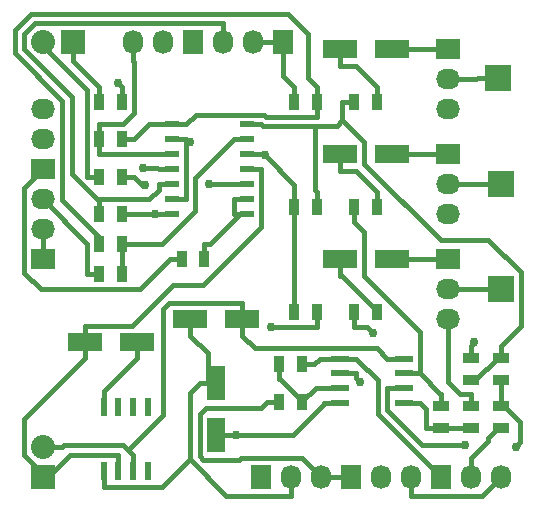
<source format=gtl>
G04 #@! TF.FileFunction,Copper,L1,Top,Signal*
%FSLAX46Y46*%
G04 Gerber Fmt 4.6, Leading zero omitted, Abs format (unit mm)*
G04 Created by KiCad (PCBNEW (2014-12-07 BZR 5316)-product) date 31/03/2015 20:39:06*
%MOMM*%
G01*
G04 APERTURE LIST*
%ADD10C,0.100000*%
%ADD11R,0.889000X1.397000*%
%ADD12R,2.999740X1.600200*%
%ADD13R,2.032000X2.032000*%
%ADD14O,2.032000X2.032000*%
%ADD15R,2.235200X2.235200*%
%ADD16R,1.397000X0.889000*%
%ADD17R,2.032000X1.727200*%
%ADD18O,2.032000X1.727200*%
%ADD19R,1.727200X2.032000*%
%ADD20O,1.727200X2.032000*%
%ADD21R,1.600000X0.600000*%
%ADD22R,1.600200X2.999740*%
%ADD23R,0.600000X1.600000*%
%ADD24R,1.143000X0.508000*%
%ADD25C,0.762000*%
%ADD26C,0.381000*%
G04 APERTURE END LIST*
D10*
D11*
X98742500Y-58420000D03*
X96837500Y-58420000D03*
D12*
X108879640Y-70485000D03*
X104480360Y-70485000D03*
X99989640Y-72390000D03*
X95590360Y-72390000D03*
D11*
X98742500Y-55245000D03*
X96837500Y-55245000D03*
X98742500Y-61595000D03*
X96837500Y-61595000D03*
D12*
X117180360Y-47625000D03*
X121579640Y-47625000D03*
X117180360Y-56515000D03*
X121579640Y-56515000D03*
X117180360Y-65405000D03*
X121579640Y-65405000D03*
D13*
X94615000Y-46990000D03*
D14*
X92075000Y-46990000D03*
D13*
X92075000Y-83820000D03*
D14*
X92075000Y-81280000D03*
D15*
X130556000Y-50038000D03*
X130810000Y-59055000D03*
X130810000Y-67945000D03*
D11*
X96837500Y-52070000D03*
X98742500Y-52070000D03*
X105727500Y-65405000D03*
X103822500Y-65405000D03*
X98742500Y-66675000D03*
X96837500Y-66675000D03*
X113347500Y-69850000D03*
X115252500Y-69850000D03*
X113347500Y-60960000D03*
X115252500Y-60960000D03*
X98742500Y-64135000D03*
X96837500Y-64135000D03*
D16*
X128270000Y-75628500D03*
X128270000Y-73723500D03*
D11*
X115252500Y-52070000D03*
X113347500Y-52070000D03*
X112077500Y-77470000D03*
X113982500Y-77470000D03*
X112077500Y-74295000D03*
X113982500Y-74295000D03*
D16*
X128270000Y-77787500D03*
X128270000Y-79692500D03*
X130810000Y-73723500D03*
X130810000Y-75628500D03*
X130810000Y-79692500D03*
X130810000Y-77787500D03*
X125730000Y-79692500D03*
X125730000Y-77787500D03*
D11*
X120332500Y-52070000D03*
X118427500Y-52070000D03*
X120332500Y-60960000D03*
X118427500Y-60960000D03*
X120332500Y-69850000D03*
X118427500Y-69850000D03*
D17*
X92075000Y-57785000D03*
D18*
X92075000Y-55245000D03*
X92075000Y-52705000D03*
D17*
X92075000Y-65405000D03*
D18*
X92075000Y-62865000D03*
X92075000Y-60325000D03*
D19*
X104775000Y-46990000D03*
D20*
X102235000Y-46990000D03*
X99695000Y-46990000D03*
D19*
X112395000Y-46990000D03*
D20*
X109855000Y-46990000D03*
X107315000Y-46990000D03*
D17*
X126365000Y-47625000D03*
D18*
X126365000Y-50165000D03*
X126365000Y-52705000D03*
D17*
X126365000Y-56515000D03*
D18*
X126365000Y-59055000D03*
X126365000Y-61595000D03*
D17*
X126365000Y-65405000D03*
D18*
X126365000Y-67945000D03*
X126365000Y-70485000D03*
D21*
X122588000Y-73817000D03*
X117188000Y-73817000D03*
X122588000Y-75067000D03*
X122588000Y-76317000D03*
X122588000Y-77567000D03*
X117188000Y-75067000D03*
X117188000Y-76317000D03*
X117188000Y-77567000D03*
D22*
X106680000Y-75905360D03*
X106680000Y-80304640D03*
D19*
X110490000Y-83820000D03*
D20*
X113030000Y-83820000D03*
X115570000Y-83820000D03*
D19*
X118110000Y-83820000D03*
D20*
X120650000Y-83820000D03*
X123190000Y-83820000D03*
D19*
X125730000Y-83820000D03*
D20*
X128270000Y-83820000D03*
X130810000Y-83820000D03*
D23*
X97185000Y-77945000D03*
X97185000Y-83345000D03*
X98435000Y-77945000D03*
X99685000Y-77945000D03*
X100935000Y-77945000D03*
X98435000Y-83345000D03*
X99685000Y-83345000D03*
X100935000Y-83345000D03*
D24*
X109347000Y-61595000D03*
X109347000Y-60325000D03*
X109347000Y-59055000D03*
X109347000Y-57785000D03*
X109347000Y-56515000D03*
X109347000Y-55245000D03*
X109347000Y-53975000D03*
X102997000Y-53975000D03*
X102997000Y-55245000D03*
X102997000Y-57785000D03*
X102997000Y-59055000D03*
X102997000Y-60325000D03*
X102997000Y-61595000D03*
X102997000Y-56515000D03*
D25*
X98407700Y-50467500D03*
X100692700Y-59139100D03*
X106124100Y-59055000D03*
X118898300Y-75760200D03*
X104536400Y-55430300D03*
X100559700Y-57660900D03*
X108399900Y-80293800D03*
X111320300Y-71120300D03*
X101525900Y-61595000D03*
X110839300Y-56590200D03*
X128536700Y-72382800D03*
X127818100Y-81089300D03*
X132080000Y-81280000D03*
X119978800Y-71651600D03*
D26*
X98742500Y-52070000D02*
X98742500Y-50799700D01*
X98739900Y-50799700D02*
X98742500Y-50799700D01*
X98407700Y-50467500D02*
X98739900Y-50799700D01*
X100477900Y-59139100D02*
X99758800Y-58420000D01*
X100692700Y-59139100D02*
X100477900Y-59139100D01*
X98742500Y-58420000D02*
X99758800Y-58420000D01*
X109347000Y-59055000D02*
X106124100Y-59055000D01*
X95821200Y-51105200D02*
X95821200Y-58420000D01*
X92075000Y-47359000D02*
X95821200Y-51105200D01*
X92075000Y-46990000D02*
X92075000Y-47359000D01*
X96837500Y-58420000D02*
X95821200Y-58420000D01*
X113030000Y-83820000D02*
X113030000Y-85407800D01*
X102152200Y-84716800D02*
X104519500Y-82349500D01*
X97185000Y-84716800D02*
X102152200Y-84716800D01*
X107577800Y-85407800D02*
X104519500Y-82349500D01*
X113030000Y-85407800D02*
X107577800Y-85407800D01*
X104519500Y-76694000D02*
X105308100Y-75905400D01*
X104519500Y-82349500D02*
X104519500Y-76694000D01*
X97185000Y-83345000D02*
X97185000Y-84716800D01*
X92075000Y-62865000D02*
X92075000Y-65405000D01*
X96836900Y-50799700D02*
X96837500Y-50799700D01*
X94615000Y-48577800D02*
X96836900Y-50799700D01*
X94615000Y-46990000D02*
X94615000Y-48577800D01*
X96837500Y-52070000D02*
X96837500Y-50799700D01*
X117188000Y-75067000D02*
X118559800Y-75067000D01*
X118559800Y-75421700D02*
X118898300Y-75760200D01*
X118559800Y-75067000D02*
X118559800Y-75421700D01*
X102997000Y-60325000D02*
X104140300Y-60325000D01*
X102997000Y-55245000D02*
X104140300Y-55245000D01*
X104140300Y-60325000D02*
X104140300Y-55430300D01*
X104140300Y-55430300D02*
X104140300Y-55245000D01*
X106680000Y-75905400D02*
X105994100Y-75905400D01*
X105994100Y-75905400D02*
X105308100Y-75905400D01*
X105994100Y-73370600D02*
X104480400Y-71856900D01*
X105994100Y-75905400D02*
X105994100Y-73370600D01*
X104480400Y-70485000D02*
X104480400Y-71856900D01*
X127380700Y-76771200D02*
X128270000Y-76771200D01*
X126365000Y-75755500D02*
X127380700Y-76771200D01*
X126365000Y-70485000D02*
X126365000Y-75755500D01*
X128270000Y-77787500D02*
X128270000Y-76771200D01*
X104140300Y-55430300D02*
X104536400Y-55430300D01*
X101729600Y-57660900D02*
X100559700Y-57660900D01*
X101853700Y-57785000D02*
X101729600Y-57660900D01*
X102997000Y-57785000D02*
X101853700Y-57785000D01*
X120344400Y-72945200D02*
X121216200Y-73817000D01*
X109967900Y-72945200D02*
X120344400Y-72945200D01*
X108879600Y-71856900D02*
X109967900Y-72945200D01*
X108879600Y-70485000D02*
X108879600Y-71856900D01*
X122588000Y-73817000D02*
X121216200Y-73817000D01*
X92075000Y-81280000D02*
X93662800Y-81280000D01*
X99685000Y-83345000D02*
X99685000Y-81973200D01*
X98860200Y-81148400D02*
X99272600Y-81560800D01*
X93794400Y-81148400D02*
X98860200Y-81148400D01*
X93662800Y-81280000D02*
X93794400Y-81148400D01*
X99272600Y-81560800D02*
X99685000Y-81973200D01*
X102732100Y-69113100D02*
X108879600Y-69113100D01*
X102235000Y-69610200D02*
X102732100Y-69113100D01*
X102235000Y-78598400D02*
X102235000Y-69610200D01*
X99272600Y-81560800D02*
X102235000Y-78598400D01*
X108879600Y-70485000D02*
X108879600Y-69113100D01*
X98435000Y-83345000D02*
X98435000Y-81973200D01*
X117188000Y-77567000D02*
X115816200Y-77567000D01*
X94338700Y-81973200D02*
X92491900Y-83820000D01*
X98435000Y-81973200D02*
X94338700Y-81973200D01*
X92491900Y-83820000D02*
X92075000Y-83820000D01*
X90446500Y-78905800D02*
X95590400Y-73761900D01*
X90446500Y-81950400D02*
X90446500Y-78905800D01*
X92316100Y-83820000D02*
X90446500Y-81950400D01*
X92491900Y-83820000D02*
X92316100Y-83820000D01*
X95590400Y-72390000D02*
X95590400Y-73761900D01*
X108389100Y-80304600D02*
X106680000Y-80304600D01*
X108399900Y-80293800D02*
X108389100Y-80304600D01*
X115816200Y-77676000D02*
X115816200Y-77567000D01*
X113198400Y-80293800D02*
X115816200Y-77676000D01*
X108399900Y-80293800D02*
X113198400Y-80293800D01*
X109347000Y-57785000D02*
X110490300Y-57785000D01*
X95590400Y-72390000D02*
X95590400Y-71018100D01*
X99627200Y-71018100D02*
X95590400Y-71018100D01*
X103081200Y-67564100D02*
X99627200Y-71018100D01*
X105567100Y-67564100D02*
X103081200Y-67564100D01*
X110490300Y-62640900D02*
X105567100Y-67564100D01*
X110490300Y-57785000D02*
X110490300Y-62640900D01*
X102584600Y-53975000D02*
X101853700Y-53975000D01*
X115252500Y-52070000D02*
X115252500Y-50799700D01*
X98742500Y-55245000D02*
X99758800Y-55245000D01*
X96837500Y-63547700D02*
X96837500Y-64135000D01*
X93704500Y-60414700D02*
X96837500Y-63547700D01*
X93704500Y-51962300D02*
X93704500Y-60414700D01*
X89684500Y-47942300D02*
X93704500Y-51962300D01*
X89684500Y-45993000D02*
X89684500Y-47942300D01*
X91056300Y-44621200D02*
X89684500Y-45993000D01*
X112761700Y-44621200D02*
X91056300Y-44621200D01*
X114469600Y-46329100D02*
X112761700Y-44621200D01*
X114469600Y-50016800D02*
X114469600Y-46329100D01*
X115252500Y-50799700D02*
X114469600Y-50016800D01*
X101028800Y-53975000D02*
X99758800Y-55245000D01*
X101853700Y-53975000D02*
X101028800Y-53975000D01*
X102584600Y-53975000D02*
X102997000Y-53975000D01*
X110933800Y-53340300D02*
X115252500Y-53340300D01*
X110742600Y-53149100D02*
X110933800Y-53340300D01*
X104966200Y-53149100D02*
X110742600Y-53149100D01*
X104140300Y-53975000D02*
X104966200Y-53149100D01*
X102997000Y-53975000D02*
X104140300Y-53975000D01*
X115252500Y-52070000D02*
X115252500Y-53340300D01*
X96837500Y-55245000D02*
X96837500Y-53974700D01*
X99695000Y-46990000D02*
X99695000Y-48577800D01*
X99776800Y-48659600D02*
X99695000Y-48577800D01*
X99776800Y-53030100D02*
X99776800Y-48659600D01*
X98832200Y-53974700D02*
X99776800Y-53030100D01*
X96837500Y-53974700D02*
X98832200Y-53974700D01*
X101853400Y-56515300D02*
X96837500Y-56515300D01*
X101853700Y-56515000D02*
X101853400Y-56515300D01*
X102997000Y-56515000D02*
X101853700Y-56515000D01*
X96837500Y-55245000D02*
X96837500Y-56515300D01*
X115252500Y-69850000D02*
X115252500Y-71120300D01*
X115252500Y-71120300D02*
X111320300Y-71120300D01*
X102997000Y-61595000D02*
X101853700Y-61595000D01*
X101853700Y-61595000D02*
X101525900Y-61595000D01*
X101525900Y-61595000D02*
X98742500Y-61595000D01*
X101068700Y-60324700D02*
X96837500Y-60324700D01*
X101853700Y-59539700D02*
X101068700Y-60324700D01*
X101853700Y-59055000D02*
X101853700Y-59539700D01*
X102997000Y-59055000D02*
X101853700Y-59055000D01*
X96837500Y-61595000D02*
X96837500Y-60324700D01*
X96623600Y-60324700D02*
X96837500Y-60324700D01*
X94493300Y-58194400D02*
X96623600Y-60324700D01*
X94493300Y-51672800D02*
X94493300Y-58194400D01*
X90446900Y-47626400D02*
X94493300Y-51672800D01*
X90446900Y-46308800D02*
X90446900Y-47626400D01*
X91353500Y-45402200D02*
X90446900Y-46308800D01*
X107315000Y-45402200D02*
X91353500Y-45402200D01*
X107315000Y-46990000D02*
X107315000Y-45402200D01*
X118529700Y-48996900D02*
X120332500Y-50799700D01*
X117180400Y-48996900D02*
X118529700Y-48996900D01*
X117180400Y-47625000D02*
X117180400Y-48996900D01*
X120332500Y-52070000D02*
X120332500Y-50799700D01*
X126365000Y-47625000D02*
X121579600Y-47625000D01*
X118529700Y-57886900D02*
X120332500Y-59689700D01*
X117180400Y-57886900D02*
X118529700Y-57886900D01*
X117180400Y-56515000D02*
X117180400Y-57886900D01*
X120332500Y-60960000D02*
X120332500Y-59689700D01*
X126365000Y-56515000D02*
X121579600Y-56515000D01*
X120332500Y-69739700D02*
X120332500Y-69850000D01*
X117369700Y-66776900D02*
X120332500Y-69739700D01*
X117180400Y-66776900D02*
X117369700Y-66776900D01*
X117180400Y-65405000D02*
X117180400Y-66776900D01*
X126365000Y-65405000D02*
X121579600Y-65405000D01*
X128739600Y-50165000D02*
X128866600Y-50038000D01*
X126365000Y-50165000D02*
X128739600Y-50165000D01*
X130556000Y-50038000D02*
X128866600Y-50038000D01*
X126365000Y-59055000D02*
X130810000Y-59055000D01*
X126365000Y-67945000D02*
X130810000Y-67945000D01*
X108203700Y-60325000D02*
X108203700Y-61595000D01*
X109347000Y-60325000D02*
X108203700Y-60325000D01*
X109347000Y-61595000D02*
X108775400Y-61595000D01*
X108775400Y-61595000D02*
X108203700Y-61595000D01*
X106235700Y-64134700D02*
X105727500Y-64134700D01*
X108775400Y-61595000D02*
X106235700Y-64134700D01*
X105727500Y-65405000D02*
X105727500Y-64134700D01*
X100265900Y-67945300D02*
X102806200Y-65405000D01*
X91868500Y-67945300D02*
X100265900Y-67945300D01*
X90487100Y-66563900D02*
X91868500Y-67945300D01*
X90487100Y-59372900D02*
X90487100Y-66563900D01*
X92075000Y-57785000D02*
X90487100Y-59372900D01*
X103822500Y-65405000D02*
X102806200Y-65405000D01*
X98742500Y-66675000D02*
X98742500Y-65404700D01*
X98742500Y-64135000D02*
X98742500Y-65404700D01*
X102117400Y-64135000D02*
X98742500Y-64135000D01*
X104965100Y-61287300D02*
X102117400Y-64135000D01*
X104965100Y-58483600D02*
X104965100Y-61287300D01*
X108203700Y-55245000D02*
X104965100Y-58483600D01*
X109347000Y-55245000D02*
X108203700Y-55245000D01*
X95821200Y-64071200D02*
X95821200Y-66675000D01*
X92075000Y-60325000D02*
X95821200Y-64071200D01*
X96837500Y-66675000D02*
X95821200Y-66675000D01*
X113347500Y-60960000D02*
X113347500Y-69850000D01*
X109347000Y-56515000D02*
X110124800Y-56515000D01*
X110764100Y-56515000D02*
X110839300Y-56590200D01*
X110124800Y-56515000D02*
X110764100Y-56515000D01*
X113347500Y-59098400D02*
X113347500Y-60960000D01*
X110839300Y-56590200D02*
X113347500Y-59098400D01*
X130556000Y-73723500D02*
X130810000Y-73723500D01*
X128651000Y-75628500D02*
X130556000Y-73723500D01*
X128270000Y-75628500D02*
X128651000Y-75628500D01*
X118427500Y-52070000D02*
X117411200Y-52070000D01*
X130810000Y-73723500D02*
X130810000Y-72707200D01*
X117411200Y-52070000D02*
X117411200Y-53625700D01*
X132499500Y-71017700D02*
X130810000Y-72707200D01*
X132499500Y-66511300D02*
X132499500Y-71017700D01*
X129757800Y-63769600D02*
X132499500Y-66511300D01*
X125712400Y-63769600D02*
X129757800Y-63769600D01*
X119252200Y-57309400D02*
X125712400Y-63769600D01*
X119252200Y-55466700D02*
X119252200Y-57309400D01*
X117411200Y-53625700D02*
X119252200Y-55466700D01*
X109347000Y-53975000D02*
X110490300Y-53975000D01*
X115089500Y-59526700D02*
X115252500Y-59689700D01*
X115089500Y-54126900D02*
X115089500Y-59526700D01*
X110642200Y-54126900D02*
X115089500Y-54126900D01*
X110490300Y-53975000D02*
X110642200Y-54126900D01*
X116910000Y-54126900D02*
X117411200Y-53625700D01*
X115089500Y-54126900D02*
X116910000Y-54126900D01*
X115252500Y-60960000D02*
X115252500Y-59689700D01*
X128270000Y-73723500D02*
X128270000Y-72707200D01*
X128536700Y-72440500D02*
X128270000Y-72707200D01*
X128536700Y-72382800D02*
X128536700Y-72440500D01*
X109855000Y-46990000D02*
X112395000Y-46990000D01*
X112395000Y-49847200D02*
X113347500Y-50799700D01*
X112395000Y-46990000D02*
X112395000Y-49847200D01*
X113347500Y-52070000D02*
X113347500Y-50799700D01*
X112077500Y-77470000D02*
X111061200Y-77470000D01*
X118110000Y-83820000D02*
X115570000Y-83820000D01*
X110525800Y-78005400D02*
X111061200Y-77470000D01*
X105835800Y-78005400D02*
X110525800Y-78005400D01*
X105308100Y-78533100D02*
X105835800Y-78005400D01*
X105308100Y-82041400D02*
X105308100Y-78533100D01*
X105643100Y-82376400D02*
X105308100Y-82041400D01*
X108630600Y-82376400D02*
X105643100Y-82376400D01*
X108780000Y-82227000D02*
X108630600Y-82376400D01*
X113977000Y-82227000D02*
X108780000Y-82227000D01*
X115570000Y-83820000D02*
X113977000Y-82227000D01*
X112077500Y-74295000D02*
X112077500Y-75565300D01*
X112149900Y-75565300D02*
X112077500Y-75565300D01*
X114018600Y-77433900D02*
X112149900Y-75565300D01*
X115135500Y-76317000D02*
X114018600Y-77433900D01*
X117188000Y-76317000D02*
X115135500Y-76317000D01*
X114018600Y-77433900D02*
X113982500Y-77470000D01*
X113982500Y-74295000D02*
X114998800Y-74295000D01*
X115476800Y-73817000D02*
X117188000Y-73817000D01*
X114998800Y-74295000D02*
X115476800Y-73817000D01*
X117188000Y-73817000D02*
X118559800Y-73817000D01*
X120392600Y-78482600D02*
X125730000Y-83820000D01*
X120392600Y-75649800D02*
X120392600Y-78482600D01*
X118559800Y-73817000D02*
X120392600Y-75649800D01*
X128270000Y-79692500D02*
X125730000Y-79692500D01*
X124459700Y-78066900D02*
X123959800Y-77567000D01*
X124459700Y-79692500D02*
X124459700Y-78066900D01*
X125730000Y-79692500D02*
X124459700Y-79692500D01*
X122588000Y-77567000D02*
X123959800Y-77567000D01*
X130810000Y-75628500D02*
X130810000Y-76644800D01*
X130810000Y-77787500D02*
X130810000Y-76644800D01*
X124154100Y-81089300D02*
X127818100Y-81089300D01*
X121216200Y-78151400D02*
X124154100Y-81089300D01*
X121216200Y-76317000D02*
X121216200Y-78151400D01*
X122588000Y-76317000D02*
X121216200Y-76317000D01*
X130810000Y-77787500D02*
X131064000Y-77787500D01*
X131064000Y-77787500D02*
X132460999Y-79184499D01*
X132460999Y-79184499D02*
X132460999Y-80899001D01*
X132460999Y-80899001D02*
X132080000Y-81280000D01*
X119447500Y-71120300D02*
X118427500Y-71120300D01*
X119978800Y-71651600D02*
X119447500Y-71120300D01*
X118427500Y-69850000D02*
X118427500Y-71120300D01*
X128270000Y-83820000D02*
X128270000Y-82232500D01*
X128270000Y-82232500D02*
X129730500Y-80772000D01*
X129730500Y-80772000D02*
X129730500Y-80518000D01*
X129730500Y-80518000D02*
X130556000Y-79692500D01*
X130556000Y-79692500D02*
X130810000Y-79692500D01*
X125664000Y-76771200D02*
X125730000Y-76771200D01*
X123959800Y-75067000D02*
X125664000Y-76771200D01*
X122588000Y-75067000D02*
X123959800Y-75067000D01*
X123959800Y-71516700D02*
X123959800Y-75067000D01*
X119252100Y-66809000D02*
X123959800Y-71516700D01*
X119252100Y-63054900D02*
X119252100Y-66809000D01*
X118427500Y-62230300D02*
X119252100Y-63054900D01*
X118427500Y-60960000D02*
X118427500Y-62230300D01*
X125730000Y-77787500D02*
X125730000Y-76771200D01*
X97185000Y-76566500D02*
X99989600Y-73761900D01*
X97185000Y-77945000D02*
X97185000Y-76566500D01*
X99989600Y-72390000D02*
X99989600Y-73761900D01*
X129222200Y-85407800D02*
X123190000Y-85407800D01*
X130810000Y-83820000D02*
X129222200Y-85407800D01*
X123190000Y-83820000D02*
X123190000Y-85407800D01*
M02*

</source>
